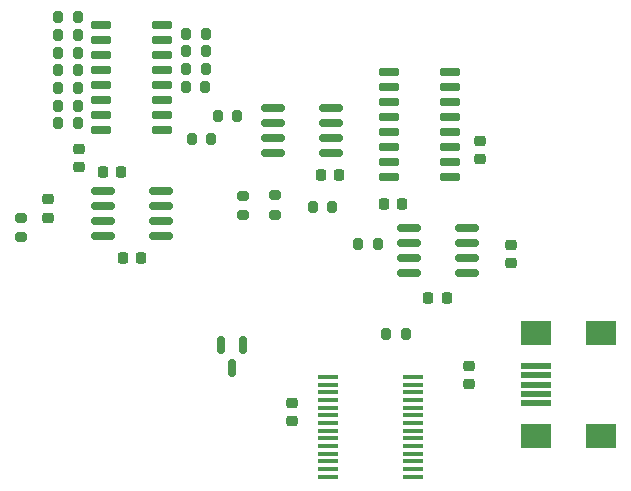
<source format=gbr>
%TF.GenerationSoftware,KiCad,Pcbnew,9.0.1*%
%TF.CreationDate,2025-05-12T19:59:27-03:00*%
%TF.ProjectId,proyecto_desarrollo,70726f79-6563-4746-9f5f-646573617272,rev?*%
%TF.SameCoordinates,Original*%
%TF.FileFunction,Paste,Top*%
%TF.FilePolarity,Positive*%
%FSLAX46Y46*%
G04 Gerber Fmt 4.6, Leading zero omitted, Abs format (unit mm)*
G04 Created by KiCad (PCBNEW 9.0.1) date 2025-05-12 19:59:27*
%MOMM*%
%LPD*%
G01*
G04 APERTURE LIST*
G04 Aperture macros list*
%AMRoundRect*
0 Rectangle with rounded corners*
0 $1 Rounding radius*
0 $2 $3 $4 $5 $6 $7 $8 $9 X,Y pos of 4 corners*
0 Add a 4 corners polygon primitive as box body*
4,1,4,$2,$3,$4,$5,$6,$7,$8,$9,$2,$3,0*
0 Add four circle primitives for the rounded corners*
1,1,$1+$1,$2,$3*
1,1,$1+$1,$4,$5*
1,1,$1+$1,$6,$7*
1,1,$1+$1,$8,$9*
0 Add four rect primitives between the rounded corners*
20,1,$1+$1,$2,$3,$4,$5,0*
20,1,$1+$1,$4,$5,$6,$7,0*
20,1,$1+$1,$6,$7,$8,$9,0*
20,1,$1+$1,$8,$9,$2,$3,0*%
G04 Aperture macros list end*
%ADD10RoundRect,0.225000X-0.250000X0.225000X-0.250000X-0.225000X0.250000X-0.225000X0.250000X0.225000X0*%
%ADD11RoundRect,0.225000X0.225000X0.250000X-0.225000X0.250000X-0.225000X-0.250000X0.225000X-0.250000X0*%
%ADD12RoundRect,0.150000X0.825000X0.150000X-0.825000X0.150000X-0.825000X-0.150000X0.825000X-0.150000X0*%
%ADD13RoundRect,0.200000X0.200000X0.275000X-0.200000X0.275000X-0.200000X-0.275000X0.200000X-0.275000X0*%
%ADD14RoundRect,0.150000X-0.150000X0.587500X-0.150000X-0.587500X0.150000X-0.587500X0.150000X0.587500X0*%
%ADD15RoundRect,0.200000X-0.275000X0.200000X-0.275000X-0.200000X0.275000X-0.200000X0.275000X0.200000X0*%
%ADD16RoundRect,0.200000X0.275000X-0.200000X0.275000X0.200000X-0.275000X0.200000X-0.275000X-0.200000X0*%
%ADD17RoundRect,0.200000X-0.200000X-0.275000X0.200000X-0.275000X0.200000X0.275000X-0.200000X0.275000X0*%
%ADD18RoundRect,0.225000X-0.225000X-0.250000X0.225000X-0.250000X0.225000X0.250000X-0.225000X0.250000X0*%
%ADD19RoundRect,0.150000X0.725000X0.150000X-0.725000X0.150000X-0.725000X-0.150000X0.725000X-0.150000X0*%
%ADD20RoundRect,0.225000X0.250000X-0.225000X0.250000X0.225000X-0.250000X0.225000X-0.250000X-0.225000X0*%
%ADD21RoundRect,0.150000X-0.725000X-0.150000X0.725000X-0.150000X0.725000X0.150000X-0.725000X0.150000X0*%
%ADD22R,1.750000X0.450000*%
%ADD23R,2.500000X0.500000*%
%ADD24R,2.500000X2.000000*%
%ADD25RoundRect,0.150000X-0.825000X-0.150000X0.825000X-0.150000X0.825000X0.150000X-0.825000X0.150000X0*%
G04 APERTURE END LIST*
D10*
%TO.C,C11*%
X169675000Y-101550000D03*
X169675000Y-103100000D03*
%TD*%
D11*
%TO.C,C9*%
X173675000Y-82250000D03*
X172125000Y-82250000D03*
%TD*%
D12*
%TO.C,U1*%
X158610000Y-87405000D03*
X158610000Y-86135000D03*
X158610000Y-84865000D03*
X158610000Y-83595000D03*
X153660000Y-83595000D03*
X153660000Y-84865000D03*
X153660000Y-86135000D03*
X153660000Y-87405000D03*
%TD*%
D13*
%TO.C,R9*%
X151525000Y-74900000D03*
X149875000Y-74900000D03*
%TD*%
D14*
%TO.C,Q1*%
X165525000Y-96687500D03*
X163625000Y-96687500D03*
X164575000Y-98562500D03*
%TD*%
D13*
%TO.C,R5*%
X179325000Y-95700000D03*
X177675000Y-95700000D03*
%TD*%
D15*
%TO.C,R19*%
X168200000Y-83975000D03*
X168200000Y-85625000D03*
%TD*%
D13*
%TO.C,R18*%
X173075000Y-85000000D03*
X171425000Y-85000000D03*
%TD*%
D16*
%TO.C,R1*%
X146700000Y-87525000D03*
X146700000Y-85875000D03*
%TD*%
D17*
%TO.C,R13*%
X160725000Y-73325000D03*
X162375000Y-73325000D03*
%TD*%
D18*
%TO.C,C1*%
X153675000Y-82000000D03*
X155225000Y-82000000D03*
%TD*%
%TO.C,C3*%
X155325000Y-89300000D03*
X156875000Y-89300000D03*
%TD*%
D12*
%TO.C,U2*%
X184507499Y-90600000D03*
X184507499Y-89330000D03*
X184507499Y-88060000D03*
X184507499Y-86790000D03*
X179557499Y-86790000D03*
X179557499Y-88060000D03*
X179557499Y-89330000D03*
X179557499Y-90600000D03*
%TD*%
D11*
%TO.C,C5*%
X178982499Y-84700000D03*
X177432499Y-84700000D03*
%TD*%
D19*
%TO.C,U4*%
X183075000Y-82445000D03*
X183075000Y-81175000D03*
X183075000Y-79905000D03*
X183075000Y-78635000D03*
X183075000Y-77365000D03*
X183075000Y-76095000D03*
X183075000Y-74825000D03*
X183075000Y-73555000D03*
X177925000Y-73555000D03*
X177925000Y-74825000D03*
X177925000Y-76095000D03*
X177925000Y-77365000D03*
X177925000Y-78635000D03*
X177925000Y-79905000D03*
X177925000Y-81175000D03*
X177925000Y-82445000D03*
%TD*%
D17*
%TO.C,R6*%
X161175000Y-79200000D03*
X162825000Y-79200000D03*
%TD*%
D20*
%TO.C,C10*%
X184700000Y-99950000D03*
X184700000Y-98400000D03*
%TD*%
D17*
%TO.C,R15*%
X160725000Y-71800000D03*
X162375000Y-71800000D03*
%TD*%
D21*
%TO.C,U3*%
X153500000Y-69555000D03*
X153500000Y-70825000D03*
X153500000Y-72095000D03*
X153500000Y-73365000D03*
X153500000Y-74635000D03*
X153500000Y-75905000D03*
X153500000Y-77175000D03*
X153500000Y-78445000D03*
X158650000Y-78445000D03*
X158650000Y-77175000D03*
X158650000Y-75905000D03*
X158650000Y-74635000D03*
X158650000Y-73365000D03*
X158650000Y-72095000D03*
X158650000Y-70825000D03*
X158650000Y-69555000D03*
%TD*%
D13*
%TO.C,R17*%
X151525000Y-68900000D03*
X149875000Y-68900000D03*
%TD*%
D22*
%TO.C,U6*%
X172750000Y-99350000D03*
X172750000Y-100000000D03*
X172750000Y-100650000D03*
X172750000Y-101300000D03*
X172750000Y-101950000D03*
X172750000Y-102600000D03*
X172750000Y-103250000D03*
X172750000Y-103900000D03*
X172750000Y-104550000D03*
X172750000Y-105200000D03*
X172750000Y-105850000D03*
X172750000Y-106500000D03*
X172750000Y-107150000D03*
X172750000Y-107800000D03*
X179950000Y-107800000D03*
X179950000Y-107150000D03*
X179950000Y-106500000D03*
X179950000Y-105850000D03*
X179950000Y-105200000D03*
X179950000Y-104550000D03*
X179950000Y-103900000D03*
X179950000Y-103250000D03*
X179950000Y-102600000D03*
X179950000Y-101950000D03*
X179950000Y-101300000D03*
X179950000Y-100650000D03*
X179950000Y-100000000D03*
X179950000Y-99350000D03*
%TD*%
D13*
%TO.C,R10*%
X151525000Y-71900000D03*
X149875000Y-71900000D03*
%TD*%
D20*
%TO.C,C2*%
X149000000Y-85875000D03*
X149000000Y-84325000D03*
%TD*%
D18*
%TO.C,C4*%
X181225000Y-92650000D03*
X182775000Y-92650000D03*
%TD*%
D20*
%TO.C,C8*%
X185600000Y-80925000D03*
X185600000Y-79375000D03*
%TD*%
D17*
%TO.C,R16*%
X160725000Y-70300000D03*
X162375000Y-70300000D03*
%TD*%
D20*
%TO.C,C7*%
X151600000Y-81575000D03*
X151600000Y-80025000D03*
%TD*%
D13*
%TO.C,R2*%
X165025000Y-77300000D03*
X163375000Y-77300000D03*
%TD*%
D23*
%TO.C,J1*%
X190375000Y-101600000D03*
X190375000Y-100800000D03*
X190375000Y-100000000D03*
X190375000Y-99200000D03*
X190375000Y-98400000D03*
D24*
X190375000Y-104400000D03*
X195875000Y-104400000D03*
X190375000Y-95600000D03*
X195875000Y-95600000D03*
%TD*%
D10*
%TO.C,C6*%
X188200000Y-88200000D03*
X188200000Y-89750000D03*
%TD*%
D13*
%TO.C,R7*%
X151525000Y-77900000D03*
X149875000Y-77900000D03*
%TD*%
%TO.C,R12*%
X151525000Y-73400000D03*
X149875000Y-73400000D03*
%TD*%
D25*
%TO.C,U5*%
X168025000Y-76595000D03*
X168025000Y-77865000D03*
X168025000Y-79135000D03*
X168025000Y-80405000D03*
X172975000Y-80405000D03*
X172975000Y-79135000D03*
X172975000Y-77865000D03*
X172975000Y-76595000D03*
%TD*%
D13*
%TO.C,R8*%
X151525000Y-76400000D03*
X149875000Y-76400000D03*
%TD*%
%TO.C,R11*%
X151525000Y-70400000D03*
X149875000Y-70400000D03*
%TD*%
D15*
%TO.C,R3*%
X165500000Y-84000000D03*
X165500000Y-85650000D03*
%TD*%
D17*
%TO.C,R4*%
X175300000Y-88075000D03*
X176950000Y-88075000D03*
%TD*%
%TO.C,R14*%
X160700000Y-74825000D03*
X162350000Y-74825000D03*
%TD*%
M02*

</source>
